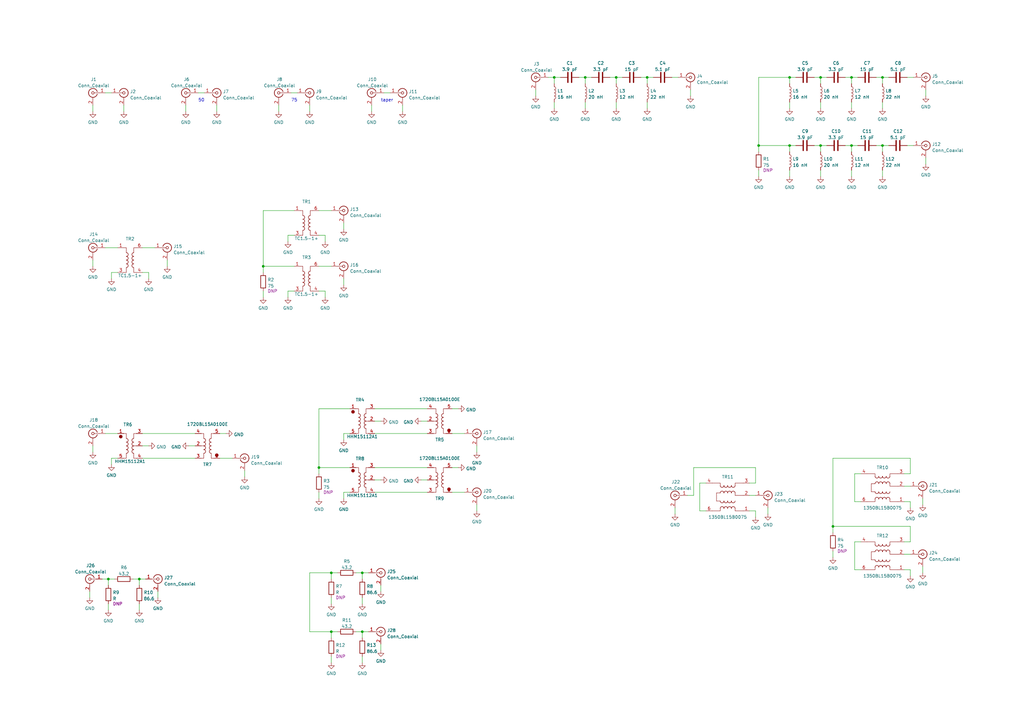
<source format=kicad_sch>
(kicad_sch (version 20211123) (generator eeschema)
  (paper "A3")
  (lib_symbols
    (symbol "Connector:Conn_Coaxial" (pin_names (offset 1.016) hide)
      (property "Reference" "J" (at 0.254 3.048 0))
      (property "Value" "Conn_Coaxial" (at 2.921 0 90))
      (symbol "Conn_Coaxial_1_1"
        (pin passive line (at -5.08 0 0) (length 2.54) (name "In") (number "1"))
        (pin passive line (at 0 -5.08 90) (length 2.54) (name "Ext") (number "2"))
      )
    )
    (symbol "Device:C" (pin_numbers hide) (pin_names (offset 0.254))
      (property "Reference" "C" (at 0.635 2.54 0))
      (property "Value" "C" (at 0.635 -2.54 0))
      (symbol "C_1_1"
        (pin passive line (at 0 3.81 270) (length 2.794) (name "~") (number "1"))
        (pin passive line (at 0 -3.81 90) (length 2.794) (name "~") (number "2"))
      )
    )
    (symbol "Device:L" (pin_numbers hide) (pin_names (offset 1.016) hide)
      (property "Reference" "L" (at -1.27 0 90))
      (property "Value" "L" (at 1.905 0 90))
      (symbol "L_1_1"
        (pin passive line (at 0 3.81 270) (length 1.27) (name "1") (number "1"))
        (pin passive line (at 0 -3.81 90) (length 1.27) (name "2") (number "2"))
      )
    )
    (symbol "Device:R" (pin_numbers hide) (pin_names (offset 0))
      (property "Reference" "R" (at 2.032 0 90))
      (property "Value" "R" (at 0 0 90))
      (symbol "R_1_1"
        (pin passive line (at 0 3.81 270) (length 1.27) (name "~") (number "1"))
        (pin passive line (at 0 -3.81 90) (length 1.27) (name "~") (number "2"))
      )
    )
    (symbol "Transformer:ADT1-1" (pin_names hide)
      (property "Reference" "TR" (at 0 6.35 0))
      (property "Value" "ADT1-1" (at 0 -6.35 0))
      (symbol "ADT1-1_1_1"
        (pin passive line (at -5.08 -5.08 0) (length 2.54) (name "~") (number "1"))
        (pin passive line (at -5.08 5.08 0) (length 2.54) (name "~") (number "3"))
        (pin passive line (at 5.08 5.08 180) (length 2.54) (name "~") (number "4"))
        (pin passive line (at 5.08 -5.08 180) (length 2.54) (name "~") (number "6"))
      )
    )
    (symbol "power:GND" (power) (pin_names (offset 0))
      (property "Value" "GND" (at 0 -3.81 0))
      (symbol "GND_1_1"
        (pin power_in line (at 0 0 270) (length 0) hide (name "GND") (number "1"))
      )
    )
    (symbol "ununs:1350BL15B0075" (pin_names hide)
      (property "Reference" "TR" (at 0 -11.43 0))
      (property "Value" "1350BL15B0075" (at 0 -8.89 0))
      (symbol "1350BL15B0075_1_1"
        (pin passive line (at 8.89 -6.35 180) (length 2.54) (name "~") (number "1"))
        (pin passive line (at 8.89 0 180) (length 2.54) (name "~") (number "2"))
        (pin passive line (at 8.89 5.08 180) (length 2.54) (name "~") (number "3"))
        (pin passive line (at -8.89 5.08 0) (length 2.54) (name "~") (number "4"))
        (pin passive line (at -8.89 -6.35 0) (length 2.54) (name "~") (number "6"))
      )
    )
    (symbol "ununs:HHM15112A1" (pin_names hide)
      (property "Reference" "TR" (at 0 6.35 0))
      (property "Value" "HHM15112A1" (at 0 -6.985 0))
      (symbol "HHM15112A1_1_1"
        (pin passive line (at -5.08 5.08 0) (length 2.54) (name "~") (number "1"))
        (pin passive line (at 5.08 0 180) (length 2.54) (name "~") (number "2"))
        (pin passive line (at 5.08 5.08 180) (length 2.54) (name "~") (number "3"))
        (pin passive line (at 5.08 -5.08 180) (length 2.54) (name "~") (number "4"))
        (pin passive line (at -5.08 -5.08 0) (length 2.54) (name "~") (number "5"))
        (pin no_connect line (at -2.54 0 0) (length 2.54) hide (name "~") (number "5"))
      )
    )
  )
  (junction (at 311.15 59.69))
  (junction (at 135.89 259.08))
  (junction (at 265.43 31.75))
  (junction (at 341.63 215.9))
  (junction (at 130.81 191.77))
  (junction (at 240.03 31.75))
  (junction (at 227.33 31.75))
  (junction (at 148.59 259.08))
  (junction (at 107.95 109.22))
  (junction (at 349.25 31.75))
  (junction (at 323.85 31.75))
  (junction (at 349.25 59.69))
  (junction (at 135.89 234.95))
  (junction (at 57.15 237.49))
  (junction (at 323.85 59.69))
  (junction (at 44.45 237.49))
  (junction (at 252.73 31.75))
  (junction (at 361.95 59.69))
  (junction (at 336.55 59.69))
  (junction (at 148.59 234.95))
  (junction (at 336.55 31.75))
  (junction (at 361.95 31.75))
  (wire (pts (xy 45.72 187.96) (xy 45.72 190.5)))
  (wire (pts (xy 135.89 245.11) (xy 135.89 247.65)))
  (wire (pts (xy 361.95 31.75) (xy 364.49 31.75)))
  (wire (pts (xy 307.34 203.2) (xy 309.88 203.2)))
  (wire (pts (xy 60.96 111.76) (xy 60.96 114.3)))
  (wire (pts (xy 153.67 177.8) (xy 175.26 177.8)))
  (wire (pts (xy 219.71 36.83) (xy 219.71 39.37)))
  (wire (pts (xy 133.35 119.38) (xy 133.35 121.92)))
  (wire (pts (xy 227.33 31.75) (xy 229.87 31.75)))
  (wire (pts (xy 361.95 41.91) (xy 361.95 44.45)))
  (wire (pts (xy 57.15 237.49) (xy 57.15 240.03)))
  (wire (pts (xy 281.94 203.2) (xy 284.48 203.2)))
  (wire (pts (xy 334.01 31.75) (xy 336.55 31.75)))
  (wire (pts (xy 130.81 167.64) (xy 130.81 191.77)))
  (wire (pts (xy 311.15 59.69) (xy 311.15 62.23)))
  (wire (pts (xy 175.26 196.85) (xy 172.72 196.85)))
  (wire (pts (xy 153.67 172.72) (xy 156.21 172.72)))
  (wire (pts (xy 323.85 41.91) (xy 323.85 44.45)))
  (wire (pts (xy 175.26 172.72) (xy 172.72 172.72)))
  (wire (pts (xy 152.4 43.18) (xy 152.4 45.72)))
  (wire (pts (xy 250.19 31.75) (xy 252.73 31.75)))
  (wire (pts (xy 323.85 59.69) (xy 323.85 62.23)))
  (wire (pts (xy 361.95 31.75) (xy 361.95 34.29)))
  (wire (pts (xy 311.15 69.85) (xy 311.15 72.39)))
  (wire (pts (xy 130.81 109.22) (xy 135.89 109.22)))
  (wire (pts (xy 309.88 209.55) (xy 309.88 212.09)))
  (wire (pts (xy 135.89 269.24) (xy 135.89 271.78)))
  (wire (pts (xy 76.2 43.18) (xy 76.2 45.72)))
  (wire (pts (xy 143.51 177.8) (xy 140.97 177.8)))
  (wire (pts (xy 148.59 234.95) (xy 148.59 237.49)))
  (wire (pts (xy 43.18 38.1) (xy 45.72 38.1)))
  (wire (pts (xy 284.48 191.77) (xy 284.48 203.2)))
  (wire (pts (xy 57.15 247.65) (xy 57.15 250.19)))
  (wire (pts (xy 309.88 191.77) (xy 284.48 191.77)))
  (wire (pts (xy 148.59 269.24) (xy 148.59 271.78)))
  (wire (pts (xy 341.63 187.96) (xy 341.63 215.9)))
  (wire (pts (xy 373.38 187.96) (xy 341.63 187.96)))
  (wire (pts (xy 359.41 31.75) (xy 361.95 31.75)))
  (wire (pts (xy 58.42 101.6) (xy 63.5 101.6)))
  (wire (pts (xy 373.38 194.31) (xy 373.38 187.96)))
  (wire (pts (xy 307.34 198.12) (xy 309.88 198.12)))
  (wire (pts (xy 80.01 182.88) (xy 77.47 182.88)))
  (wire (pts (xy 130.81 167.64) (xy 143.51 167.64)))
  (wire (pts (xy 146.05 234.95) (xy 148.59 234.95)))
  (wire (pts (xy 314.96 208.28) (xy 314.96 210.82)))
  (wire (pts (xy 127 259.08) (xy 135.89 259.08)))
  (wire (pts (xy 190.5 177.8) (xy 185.42 177.8)))
  (wire (pts (xy 240.03 41.91) (xy 240.03 44.45)))
  (wire (pts (xy 349.25 69.85) (xy 349.25 72.39)))
  (wire (pts (xy 349.25 59.69) (xy 349.25 62.23)))
  (wire (pts (xy 165.1 43.18) (xy 165.1 45.72)))
  (wire (pts (xy 349.25 59.69) (xy 351.79 59.69)))
  (wire (pts (xy 350.52 233.68) (xy 353.06 233.68)))
  (wire (pts (xy 157.48 38.1) (xy 160.02 38.1)))
  (wire (pts (xy 143.51 201.93) (xy 140.97 201.93)))
  (wire (pts (xy 130.81 96.52) (xy 133.35 96.52)))
  (wire (pts (xy 130.81 86.36) (xy 135.89 86.36)))
  (wire (pts (xy 323.85 69.85) (xy 323.85 72.39)))
  (wire (pts (xy 361.95 69.85) (xy 361.95 72.39)))
  (wire (pts (xy 373.38 205.74) (xy 373.38 208.28)))
  (wire (pts (xy 135.89 234.95) (xy 138.43 234.95)))
  (wire (pts (xy 44.45 247.65) (xy 44.45 250.19)))
  (wire (pts (xy 140.97 177.8) (xy 140.97 180.34)))
  (wire (pts (xy 336.55 59.69) (xy 339.09 59.69)))
  (wire (pts (xy 118.11 96.52) (xy 118.11 99.06)))
  (wire (pts (xy 140.97 91.44) (xy 140.97 93.98)))
  (wire (pts (xy 265.43 31.75) (xy 267.97 31.75)))
  (wire (pts (xy 353.06 194.31) (xy 350.52 194.31)))
  (wire (pts (xy 36.83 242.57) (xy 36.83 245.11)))
  (wire (pts (xy 311.15 31.75) (xy 323.85 31.75)))
  (wire (pts (xy 378.46 232.41) (xy 378.46 234.95)))
  (wire (pts (xy 309.88 198.12) (xy 309.88 191.77)))
  (wire (pts (xy 153.67 191.77) (xy 175.26 191.77)))
  (wire (pts (xy 323.85 59.69) (xy 326.39 59.69)))
  (wire (pts (xy 68.58 106.68) (xy 68.58 109.22)))
  (wire (pts (xy 262.89 31.75) (xy 265.43 31.75)))
  (wire (pts (xy 148.59 259.08) (xy 151.13 259.08)))
  (wire (pts (xy 135.89 259.08) (xy 138.43 259.08)))
  (wire (pts (xy 127 43.18) (xy 127 45.72)))
  (wire (pts (xy 107.95 86.36) (xy 107.95 109.22)))
  (wire (pts (xy 240.03 31.75) (xy 240.03 34.29)))
  (wire (pts (xy 38.1 106.68) (xy 38.1 109.22)))
  (wire (pts (xy 336.55 59.69) (xy 336.55 62.23)))
  (wire (pts (xy 341.63 215.9) (xy 373.38 215.9)))
  (wire (pts (xy 38.1 182.88) (xy 38.1 185.42)))
  (wire (pts (xy 240.03 31.75) (xy 242.57 31.75)))
  (wire (pts (xy 349.25 41.91) (xy 349.25 44.45)))
  (wire (pts (xy 252.73 31.75) (xy 252.73 34.29)))
  (wire (pts (xy 370.84 205.74) (xy 373.38 205.74)))
  (wire (pts (xy 107.95 109.22) (xy 107.95 111.76)))
  (wire (pts (xy 95.25 187.96) (xy 90.17 187.96)))
  (wire (pts (xy 311.15 59.69) (xy 323.85 59.69)))
  (wire (pts (xy 81.28 38.1) (xy 83.82 38.1)))
  (wire (pts (xy 44.45 237.49) (xy 44.45 240.03)))
  (wire (pts (xy 373.38 233.68) (xy 373.38 236.22)))
  (wire (pts (xy 275.59 31.75) (xy 278.13 31.75)))
  (wire (pts (xy 140.97 114.3) (xy 140.97 116.84)))
  (wire (pts (xy 58.42 177.8) (xy 80.01 177.8)))
  (wire (pts (xy 130.81 191.77) (xy 130.81 194.31)))
  (wire (pts (xy 350.52 222.25) (xy 350.52 233.68)))
  (wire (pts (xy 379.73 36.83) (xy 379.73 39.37)))
  (wire (pts (xy 265.43 41.91) (xy 265.43 44.45)))
  (wire (pts (xy 346.71 31.75) (xy 349.25 31.75)))
  (wire (pts (xy 350.52 194.31) (xy 350.52 205.74)))
  (wire (pts (xy 370.84 199.39) (xy 373.38 199.39)))
  (wire (pts (xy 276.86 208.28) (xy 276.86 210.82)))
  (wire (pts (xy 190.5 201.93) (xy 185.42 201.93)))
  (wire (pts (xy 224.79 31.75) (xy 227.33 31.75)))
  (wire (pts (xy 153.67 196.85) (xy 156.21 196.85)))
  (wire (pts (xy 370.84 227.33) (xy 373.38 227.33)))
  (wire (pts (xy 156.21 264.16) (xy 156.21 266.7)))
  (wire (pts (xy 90.17 177.8) (xy 92.71 177.8)))
  (wire (pts (xy 373.38 222.25) (xy 373.38 215.9)))
  (wire (pts (xy 227.33 31.75) (xy 227.33 34.29)))
  (wire (pts (xy 153.67 167.64) (xy 175.26 167.64)))
  (wire (pts (xy 283.21 36.83) (xy 283.21 39.37)))
  (wire (pts (xy 130.81 201.93) (xy 130.81 204.47)))
  (wire (pts (xy 48.26 111.76) (xy 45.72 111.76)))
  (wire (pts (xy 135.89 234.95) (xy 135.89 237.49)))
  (wire (pts (xy 336.55 41.91) (xy 336.55 44.45)))
  (wire (pts (xy 378.46 204.47) (xy 378.46 207.01)))
  (wire (pts (xy 120.65 119.38) (xy 118.11 119.38)))
  (wire (pts (xy 58.42 187.96) (xy 80.01 187.96)))
  (wire (pts (xy 361.95 59.69) (xy 364.49 59.69)))
  (wire (pts (xy 287.02 209.55) (xy 289.56 209.55)))
  (wire (pts (xy 58.42 182.88) (xy 60.96 182.88)))
  (wire (pts (xy 57.15 237.49) (xy 59.69 237.49)))
  (wire (pts (xy 370.84 222.25) (xy 373.38 222.25)))
  (wire (pts (xy 195.58 207.01) (xy 195.58 209.55)))
  (wire (pts (xy 148.59 245.11) (xy 148.59 247.65)))
  (wire (pts (xy 130.81 191.77) (xy 143.51 191.77)))
  (wire (pts (xy 130.81 119.38) (xy 133.35 119.38)))
  (wire (pts (xy 353.06 222.25) (xy 350.52 222.25)))
  (wire (pts (xy 38.1 43.18) (xy 38.1 45.72)))
  (wire (pts (xy 185.42 191.77) (xy 187.96 191.77)))
  (wire (pts (xy 379.73 64.77) (xy 379.73 67.31)))
  (wire (pts (xy 54.61 237.49) (xy 57.15 237.49)))
  (wire (pts (xy 107.95 119.38) (xy 107.95 121.92)))
  (wire (pts (xy 265.43 31.75) (xy 265.43 34.29)))
  (wire (pts (xy 140.97 201.93) (xy 140.97 204.47)))
  (wire (pts (xy 370.84 194.31) (xy 373.38 194.31)))
  (wire (pts (xy 120.65 96.52) (xy 118.11 96.52)))
  (wire (pts (xy 64.77 242.57) (xy 64.77 245.11)))
  (wire (pts (xy 341.63 215.9) (xy 341.63 218.44)))
  (wire (pts (xy 118.11 119.38) (xy 118.11 121.92)))
  (wire (pts (xy 336.55 69.85) (xy 336.55 72.39)))
  (wire (pts (xy 323.85 31.75) (xy 323.85 34.29)))
  (wire (pts (xy 114.3 43.18) (xy 114.3 45.72)))
  (wire (pts (xy 185.42 167.64) (xy 187.96 167.64)))
  (wire (pts (xy 50.8 43.18) (xy 50.8 45.72)))
  (wire (pts (xy 349.25 31.75) (xy 349.25 34.29)))
  (wire (pts (xy 44.45 237.49) (xy 46.99 237.49)))
  (wire (pts (xy 48.26 187.96) (xy 45.72 187.96)))
  (wire (pts (xy 361.95 59.69) (xy 361.95 62.23)))
  (wire (pts (xy 156.21 240.03) (xy 156.21 242.57)))
  (wire (pts (xy 287.02 198.12) (xy 287.02 209.55)))
  (wire (pts (xy 307.34 209.55) (xy 309.88 209.55)))
  (wire (pts (xy 58.42 111.76) (xy 60.96 111.76)))
  (wire (pts (xy 135.89 234.95) (xy 127 234.95)))
  (wire (pts (xy 119.38 38.1) (xy 121.92 38.1)))
  (wire (pts (xy 237.49 31.75) (xy 240.03 31.75)))
  (wire (pts (xy 252.73 41.91) (xy 252.73 44.45)))
  (wire (pts (xy 43.18 101.6) (xy 48.26 101.6)))
  (wire (pts (xy 372.11 31.75) (xy 374.65 31.75)))
  (wire (pts (xy 370.84 233.68) (xy 373.38 233.68)))
  (wire (pts (xy 341.63 226.06) (xy 341.63 228.6)))
  (wire (pts (xy 127 234.95) (xy 127 259.08)))
  (wire (pts (xy 146.05 259.08) (xy 148.59 259.08)))
  (wire (pts (xy 334.01 59.69) (xy 336.55 59.69)))
  (wire (pts (xy 135.89 259.08) (xy 135.89 261.62)))
  (wire (pts (xy 43.18 177.8) (xy 48.26 177.8)))
  (wire (pts (xy 148.59 259.08) (xy 148.59 261.62)))
  (wire (pts (xy 336.55 31.75) (xy 336.55 34.29)))
  (wire (pts (xy 372.11 59.69) (xy 374.65 59.69)))
  (wire (pts (xy 323.85 31.75) (xy 326.39 31.75)))
  (wire (pts (xy 88.9 43.18) (xy 88.9 45.72)))
  (wire (pts (xy 100.33 193.04) (xy 100.33 195.58)))
  (wire (pts (xy 350.52 205.74) (xy 353.06 205.74)))
  (wire (pts (xy 153.67 201.93) (xy 175.26 201.93)))
  (wire (pts (xy 107.95 109.22) (xy 120.65 109.22)))
  (wire (pts (xy 349.25 31.75) (xy 351.79 31.75)))
  (wire (pts (xy 195.58 182.88) (xy 195.58 185.42)))
  (wire (pts (xy 336.55 31.75) (xy 339.09 31.75)))
  (wire (pts (xy 133.35 96.52) (xy 133.35 99.06)))
  (wire (pts (xy 148.59 234.95) (xy 151.13 234.95)))
  (wire (pts (xy 359.41 59.69) (xy 361.95 59.69)))
  (wire (pts (xy 252.73 31.75) (xy 255.27 31.75)))
  (wire (pts (xy 45.72 111.76) (xy 45.72 114.3)))
  (wire (pts (xy 311.15 31.75) (xy 311.15 59.69)))
  (wire (pts (xy 227.33 41.91) (xy 227.33 44.45)))
  (wire (pts (xy 41.91 237.49) (xy 44.45 237.49)))
  (wire (pts (xy 289.56 198.12) (xy 287.02 198.12)))
  (wire (pts (xy 120.65 86.36) (xy 107.95 86.36)))
  (wire (pts (xy 346.71 59.69) (xy 349.25 59.69)))
  (text "75" (at 119.38 41.91 0) (effects (font (size 1.27 1.27)) (justify left bottom)))
  (text "taper" (at 156.21 41.91 0) (effects (font (size 1.27 1.27)) (justify left bottom)))
  (text "50" (at 81.28 41.91 0) (effects (font (size 1.27 1.27)) (justify left bottom)))
  (symbol (lib_id "power:GND") (at 373.38 208.28 0) (unit 1)
    (property "Reference" "#PWR053" (effects hide))
    (property "Value" "GND" (at 373.38 212.7234 0))
  )
  (symbol (lib_id "ununs:HHM15112A1") (at 148.59 196.85 0) (unit 1)
    (property "Reference" "TR8" (at 147.6756 188.121 0))
    (property "Value" "HHM15112A1" (at 148.59 203.2 0))
    (property "Footprint" "ununs:HHM15112A1" (effects hide))
    (property "Datasheet" "https://product.tdk.com/en/system/files?file=dam/doc/product/rf/rf/balun/catalog/rf_balun_hhm15112a1_en.pdf" (effects hide))
  )
  (symbol (lib_id "power:GND") (at 130.81 204.47 0) (unit 1)
    (property "Reference" "#PWR049" (effects hide))
    (property "Value" "GND" (at 130.81 208.9134 0))
  )
  (symbol (lib_id "ununs:HHM15112A1") (at 180.34 196.85 180) (unit 1)
    (property "Reference" "TR9" (at 180.34 204.47 0))
    (property "Value" "1720BL15A0100E" (at 180.34 187.96 0))
    (property "Footprint" "ununs:HHM15112A1" (effects hide))
    (property "Datasheet" "https://www.johansontechnology.com/datasheets/1720BL15A0100/1720BL15A0100.pdf" (effects hide))
  )
  (symbol (lib_id "power:GND") (at 36.83 245.11 0) (unit 1)
    (property "Reference" "#PWR061" (effects hide))
    (property "Value" "GND" (at 36.83 249.5534 0))
  )
  (symbol (lib_id "power:GND") (at 373.38 236.22 0) (unit 1)
    (property "Reference" "#PWR059" (effects hide))
    (property "Value" "GND" (at 373.38 240.6634 0))
  )
  (symbol (lib_id "Connector:Conn_Coaxial") (at 36.83 237.49 0) (mirror y) (unit 1)
    (property "Reference" "J26" (at 37.1474 231.9636 0))
    (property "Value" "Conn_Coaxial" (at 37.1474 234.5005 0))
    (property "Footprint" "ununs:F_Cinch_VF320_Vertical" (effects hide))
    (property "Datasheet" " ~" (effects hide))
    (property "Manufacturer" "Cinch" (effects hide))
    (property "Part Number" "VF320" (effects hide))
  )
  (symbol (lib_id "ununs:HHM15112A1") (at 85.09 182.88 180) (unit 1)
    (property "Reference" "TR7" (at 85.09 190.5 0))
    (property "Value" "1720BL15A0100E" (at 85.09 173.99 0))
    (property "Footprint" "ununs:HHM15112A1" (effects hide))
    (property "Datasheet" "https://www.johansontechnology.com/datasheets/1720BL15A0100/1720BL15A0100.pdf" (effects hide))
  )
  (symbol (lib_id "Device:L") (at 227.33 38.1 0) (unit 1)
    (property "Reference" "L1" (at 228.6 37.2653 0) (effects (justify left)))
    (property "Value" "16 nH" (at 228.6 39.8022 0) (effects (justify left)))
    (property "Footprint" "Inductor_SMD:L_0201_0603Metric_Pad0.64x0.40mm_HandSolder" (effects hide))
  )
  (symbol (lib_id "power:GND") (at 219.71 39.37 0) (unit 1)
    (property "Reference" "#PWR01" (effects hide))
    (property "Value" "GND" (at 219.71 43.8134 0))
  )
  (symbol (lib_id "power:GND") (at 252.73 44.45 0) (unit 1)
    (property "Reference" "#PWR06" (effects hide))
    (property "Value" "GND" (at 252.73 48.8934 0))
  )
  (symbol (lib_id "power:GND") (at 172.72 172.72 270) (mirror x) (unit 1)
    (property "Reference" "#PWR036" (effects hide))
    (property "Value" "GND" (at 169.545 173.1538 90) (effects (justify right)))
  )
  (symbol (lib_id "power:GND") (at 379.73 67.31 0) (unit 1)
    (property "Reference" "#PWR018" (effects hide))
    (property "Value" "GND" (at 379.73 71.7534 0))
  )
  (symbol (lib_id "power:GND") (at 118.11 121.92 0) (mirror y) (unit 1)
    (property "Reference" "#PWR033" (effects hide))
    (property "Value" "GND" (at 118.11 126.3634 0))
  )
  (symbol (lib_id "power:GND") (at 361.95 44.45 0) (unit 1)
    (property "Reference" "#PWR011" (effects hide))
    (property "Value" "GND" (at 361.95 48.8934 0))
  )
  (symbol (lib_id "Device:R") (at 135.89 265.43 0) (unit 1)
    (property "Reference" "R12" (at 137.668 264.5953 0) (effects (justify left)))
    (property "Value" "R" (at 137.668 267.1322 0) (effects (justify left)))
    (property "Footprint" "Resistor_SMD:R_0402_1005Metric_Pad0.72x0.64mm_HandSolder" (effects hide))
    (property "Note" "DNP" (at 139.7 269.24 0))
  )
  (symbol (lib_id "Device:L") (at 336.55 66.04 0) (unit 1)
    (property "Reference" "L10" (at 337.82 65.2053 0) (effects (justify left)))
    (property "Value" "20 nH" (at 337.82 67.7422 0) (effects (justify left)))
    (property "Footprint" "Inductor_SMD:L_0201_0603Metric_Pad0.64x0.40mm_HandSolder" (effects hide))
  )
  (symbol (lib_id "Device:R") (at 130.81 198.12 0) (unit 1)
    (property "Reference" "R3" (at 132.588 197.2853 0) (effects (justify left)))
    (property "Value" "75" (at 132.588 199.8222 0) (effects (justify left)))
    (property "Footprint" "Resistor_SMD:R_0402_1005Metric_Pad0.72x0.64mm_HandSolder" (effects hide))
    (property "Note" "DNP" (at 134.62 201.93 0))
  )
  (symbol (lib_id "power:GND") (at 133.35 99.06 0) (unit 1)
    (property "Reference" "#PWR026" (effects hide))
    (property "Value" "GND" (at 133.35 103.5034 0))
  )
  (symbol (lib_id "power:GND") (at 187.96 167.64 90) (mirror x) (unit 1)
    (property "Reference" "#PWR039" (effects hide))
    (property "Value" "GND" (at 191.135 168.0738 90) (effects (justify right)))
  )
  (symbol (lib_id "Connector:Conn_Coaxial") (at 64.77 237.49 0) (unit 1)
    (property "Reference" "J27" (at 67.31 236.9485 0) (effects (justify left)))
    (property "Value" "Conn_Coaxial" (at 67.31 239.4854 0) (effects (justify left)))
    (property "Footprint" "ununs:SMA-EDGE" (effects hide))
    (property "Datasheet" " ~" (effects hide))
  )
  (symbol (lib_id "power:GND") (at 309.88 212.09 0) (unit 1)
    (property "Reference" "#PWR056" (effects hide))
    (property "Value" "GND" (at 309.88 216.5334 0))
  )
  (symbol (lib_id "power:GND") (at 148.59 247.65 0) (unit 1)
    (property "Reference" "#PWR064" (effects hide))
    (property "Value" "GND" (at 148.59 252.0934 0))
  )
  (symbol (lib_id "Device:C") (at 368.3 31.75 90) (unit 1)
    (property "Reference" "C8" (at 368.3 25.8912 90))
    (property "Value" "5.1 pF" (at 368.3 28.4281 90))
    (property "Footprint" "Capacitor_SMD:C_0201_0603Metric_Pad0.64x0.40mm_HandSolder" (effects hide))
  )
  (symbol (lib_id "Device:R") (at 341.63 222.25 0) (unit 1)
    (property "Reference" "R4" (at 343.408 221.4153 0) (effects (justify left)))
    (property "Value" "75" (at 343.408 223.9522 0) (effects (justify left)))
    (property "Footprint" "Resistor_SMD:R_0402_1005Metric_Pad0.72x0.64mm_HandSolder" (effects hide))
    (property "Note" "DNP" (at 345.44 226.06 0))
  )
  (symbol (lib_id "Connector:Conn_Coaxial") (at 76.2 38.1 0) (mirror y) (unit 1)
    (property "Reference" "J6" (at 76.5174 32.5736 0))
    (property "Value" "Conn_Coaxial" (at 76.5174 35.1105 0))
    (property "Footprint" "ununs:F_Cinch_VF320_Vertical" (effects hide))
    (property "Datasheet" " ~" (effects hide))
    (property "Manufacturer" "Cinch" (effects hide))
    (property "Part Number" "VF320" (effects hide))
  )
  (symbol (lib_id "power:GND") (at 100.33 195.58 0) (mirror y) (unit 1)
    (property "Reference" "#PWR043" (effects hide))
    (property "Value" "GND" (at 100.33 200.0234 0))
  )
  (symbol (lib_id "ununs:1350BL15B0075") (at 361.95 227.33 0) (unit 1)
    (property "Reference" "TR12" (at 361.95 219.71 0))
    (property "Value" "1350BL15B0075" (at 361.95 236.22 0))
    (property "Footprint" "RF_Converter:Balun_Johanson_0896BM15A0001" (effects hide))
    (property "Datasheet" "https://www.johansontechnology.com/datasheets/1350BL15B0075/1350BL15B0075.pdf" (effects hide))
  )
  (symbol (lib_id "power:GND") (at 107.95 121.92 0) (unit 1)
    (property "Reference" "#PWR032" (effects hide))
    (property "Value" "GND" (at 107.95 126.3634 0))
  )
  (symbol (lib_id "Device:C") (at 271.78 31.75 90) (unit 1)
    (property "Reference" "C4" (at 271.78 25.8912 90))
    (property "Value" "5.1 pF" (at 271.78 28.4281 90))
    (property "Footprint" "Capacitor_SMD:C_0201_0603Metric_Pad0.64x0.40mm_HandSolder" (effects hide))
  )
  (symbol (lib_id "Connector:Conn_Coaxial") (at 140.97 109.22 0) (unit 1)
    (property "Reference" "J16" (at 143.51 108.6785 0) (effects (justify left)))
    (property "Value" "Conn_Coaxial" (at 143.51 111.2154 0) (effects (justify left)))
    (property "Footprint" "ununs:SMA-EDGE" (effects hide))
    (property "Datasheet" " ~" (effects hide))
  )
  (symbol (lib_id "power:GND") (at 76.2 45.72 0) (unit 1)
    (property "Reference" "#PWR012" (effects hide))
    (property "Value" "GND" (at 76.2 50.1634 0))
  )
  (symbol (lib_id "Connector:Conn_Coaxial") (at 276.86 203.2 0) (mirror y) (unit 1)
    (property "Reference" "J22" (at 277.1774 197.6736 0))
    (property "Value" "Conn_Coaxial" (at 277.1774 200.2105 0))
    (property "Footprint" "ununs:F_Cinch_VF320_Vertical" (effects hide))
    (property "Datasheet" " ~" (effects hide))
    (property "Manufacturer" "Cinch" (effects hide))
    (property "Part Number" "VF320" (effects hide))
  )
  (symbol (lib_id "power:GND") (at 378.46 234.95 0) (unit 1)
    (property "Reference" "#PWR058" (effects hide))
    (property "Value" "GND" (at 378.46 239.3934 0))
  )
  (symbol (lib_id "power:GND") (at 50.8 45.72 0) (unit 1)
    (property "Reference" "#PWR0109" (effects hide))
    (property "Value" "GND" (at 50.8 50.1634 0))
  )
  (symbol (lib_id "Connector:Conn_Coaxial") (at 156.21 234.95 0) (unit 1)
    (property "Reference" "J25" (at 158.75 234.4085 0) (effects (justify left)))
    (property "Value" "Conn_Coaxial" (at 158.75 236.9454 0) (effects (justify left)))
    (property "Footprint" "ununs:SMA-EDGE" (effects hide))
    (property "Datasheet" " ~" (effects hide))
  )
  (symbol (lib_id "power:GND") (at 44.45 250.19 0) (unit 1)
    (property "Reference" "#PWR065" (effects hide))
    (property "Value" "GND" (at 44.45 254.6334 0))
  )
  (symbol (lib_id "Connector:Conn_Coaxial") (at 219.71 31.75 0) (mirror y) (unit 1)
    (property "Reference" "J3" (at 220.0274 26.2236 0))
    (property "Value" "Conn_Coaxial" (at 220.0274 28.7605 0))
    (property "Footprint" "ununs:F_Cinch_VF320_Vertical" (effects hide))
    (property "Datasheet" " ~" (effects hide))
    (property "Manufacturer" "Cinch" (effects hide))
    (property "Part Number" "VF320" (effects hide))
  )
  (symbol (lib_id "power:GND") (at 156.21 242.57 0) (unit 1)
    (property "Reference" "#PWR060" (effects hide))
    (property "Value" "GND" (at 156.21 247.0134 0))
  )
  (symbol (lib_id "power:GND") (at 156.21 266.7 0) (unit 1)
    (property "Reference" "#PWR067" (effects hide))
    (property "Value" "GND" (at 156.21 271.1434 0))
  )
  (symbol (lib_id "Device:L") (at 252.73 38.1 0) (unit 1)
    (property "Reference" "L3" (at 254 37.2653 0) (effects (justify left)))
    (property "Value" "12 nH" (at 254 39.8022 0) (effects (justify left)))
    (property "Footprint" "Inductor_SMD:L_0201_0603Metric_Pad0.64x0.40mm_HandSolder" (effects hide))
  )
  (symbol (lib_id "power:GND") (at 68.58 109.22 0) (unit 1)
    (property "Reference" "#PWR028" (effects hide))
    (property "Value" "GND" (at 68.58 113.6634 0))
  )
  (symbol (lib_id "Device:C") (at 355.6 31.75 90) (unit 1)
    (property "Reference" "C7" (at 355.6 25.8912 90))
    (property "Value" "15 pF" (at 355.6 28.4281 90))
    (property "Footprint" "Capacitor_SMD:C_0201_0603Metric_Pad0.64x0.40mm_HandSolder" (effects hide))
  )
  (symbol (lib_id "Device:R") (at 148.59 241.3 180) (unit 1)
    (property "Reference" "R8" (at 150.368 240.4653 0) (effects (justify right)))
    (property "Value" "86.6" (at 150.368 243.0022 0) (effects (justify right)))
    (property "Footprint" "Resistor_SMD:R_0402_1005Metric_Pad0.72x0.64mm_HandSolder" (effects hide))
  )
  (symbol (lib_id "Transformer:ADT1-1") (at 125.73 91.44 0) (mirror x) (unit 1)
    (property "Reference" "TR1" (at 125.73 82.711 0))
    (property "Value" "TC1.5-1+" (at 125.73 97.79 0))
    (property "Footprint" "RF_Mini-Circuits:Mini-Circuits_DB1627" (effects hide))
    (property "Datasheet" "https://www.minicircuits.com/pdfs/TC1.5-1+.pdf" (effects hide))
  )
  (symbol (lib_id "Device:L") (at 349.25 38.1 0) (unit 1)
    (property "Reference" "L7" (at 350.52 37.2653 0) (effects (justify left)))
    (property "Value" "12 nH" (at 350.52 39.8022 0) (effects (justify left)))
    (property "Footprint" "Inductor_SMD:L_0201_0603Metric_Pad0.64x0.40mm_HandSolder" (effects hide))
  )
  (symbol (lib_id "Connector:Conn_Coaxial") (at 100.33 187.96 0) (unit 1)
    (property "Reference" "J19" (at 102.87 187.4185 0) (effects (justify left)))
    (property "Value" "Conn_Coaxial" (at 102.87 189.9554 0) (effects (justify left)))
    (property "Footprint" "ununs:SMA-EDGE" (effects hide))
    (property "Datasheet" " ~" (effects hide))
  )
  (symbol (lib_id "Connector:Conn_Coaxial") (at 68.58 101.6 0) (unit 1)
    (property "Reference" "J15" (at 71.12 101.0585 0) (effects (justify left)))
    (property "Value" "Conn_Coaxial" (at 71.12 103.5954 0) (effects (justify left)))
    (property "Footprint" "ununs:SMA-EDGE" (effects hide))
    (property "Datasheet" " ~" (effects hide))
  )
  (symbol (lib_id "Connector:Conn_Coaxial") (at 38.1 177.8 0) (mirror y) (unit 1)
    (property "Reference" "J18" (at 38.4174 172.2736 0))
    (property "Value" "Conn_Coaxial" (at 38.4174 174.8105 0))
    (property "Footprint" "ununs:F_Cinch_VF320_Vertical" (effects hide))
    (property "Datasheet" " ~" (effects hide))
    (property "Manufacturer" "Cinch" (effects hide))
    (property "Part Number" "VF320" (effects hide))
  )
  (symbol (lib_id "power:GND") (at 378.46 207.01 0) (unit 1)
    (property "Reference" "#PWR052" (effects hide))
    (property "Value" "GND" (at 378.46 211.4534 0))
  )
  (symbol (lib_id "power:GND") (at 156.21 196.85 90) (unit 1)
    (property "Reference" "#PWR046" (effects hide))
    (property "Value" "GND" (at 159.385 197.2838 90) (effects (justify right)))
  )
  (symbol (lib_id "power:GND") (at 240.03 44.45 0) (unit 1)
    (property "Reference" "#PWR05" (effects hide))
    (property "Value" "GND" (at 240.03 48.8934 0))
  )
  (symbol (lib_id "Device:R") (at 57.15 243.84 180) (unit 1)
    (property "Reference" "R10" (at 58.928 243.0053 0) (effects (justify right)))
    (property "Value" "86.6" (at 58.928 245.5422 0) (effects (justify right)))
    (property "Footprint" "Resistor_SMD:R_0402_1005Metric_Pad0.72x0.64mm_HandSolder" (effects hide))
  )
  (symbol (lib_id "Device:L") (at 361.95 38.1 0) (unit 1)
    (property "Reference" "L8" (at 363.22 37.2653 0) (effects (justify left)))
    (property "Value" "22 nH" (at 363.22 39.8022 0) (effects (justify left)))
    (property "Footprint" "Inductor_SMD:L_0201_0603Metric_Pad0.64x0.40mm_HandSolder" (effects hide))
  )
  (symbol (lib_id "power:GND") (at 45.72 114.3 0) (mirror y) (unit 1)
    (property "Reference" "#PWR029" (effects hide))
    (property "Value" "GND" (at 45.72 118.7434 0))
  )
  (symbol (lib_id "power:GND") (at 152.4 45.72 0) (unit 1)
    (property "Reference" "#PWR016" (effects hide))
    (property "Value" "GND" (at 152.4 50.1634 0))
  )
  (symbol (lib_id "ununs:1350BL15B0075") (at 361.95 199.39 0) (unit 1)
    (property "Reference" "TR10" (at 361.95 191.77 0))
    (property "Value" "1350BL15B0075" (at 361.95 208.28 0))
    (property "Footprint" "RF_Converter:Balun_Johanson_0896BM15A0001" (effects hide))
    (property "Datasheet" "https://www.johansontechnology.com/datasheets/1350BL15B0075/1350BL15B0075.pdf" (effects hide))
  )
  (symbol (lib_id "power:GND") (at 227.33 44.45 0) (unit 1)
    (property "Reference" "#PWR04" (effects hide))
    (property "Value" "GND" (at 227.33 48.8934 0))
  )
  (symbol (lib_id "Device:R") (at 142.24 259.08 90) (unit 1)
    (property "Reference" "R11" (at 142.24 254.3642 90))
    (property "Value" "43.2" (at 142.24 256.9011 90))
    (property "Footprint" "Resistor_SMD:R_0402_1005Metric_Pad0.72x0.64mm_HandSolder" (effects hide))
  )
  (symbol (lib_id "power:GND") (at 195.58 185.42 0) (mirror y) (unit 1)
    (property "Reference" "#PWR037" (effects hide))
    (property "Value" "GND" (at 195.58 189.8634 0))
  )
  (symbol (lib_id "Device:L") (at 323.85 38.1 0) (unit 1)
    (property "Reference" "L5" (at 325.12 37.2653 0) (effects (justify left)))
    (property "Value" "16 nH" (at 325.12 39.8022 0) (effects (justify left)))
    (property "Footprint" "Inductor_SMD:L_0201_0603Metric_Pad0.64x0.40mm_HandSolder" (effects hide))
  )
  (symbol (lib_id "Device:L") (at 349.25 66.04 0) (unit 1)
    (property "Reference" "L11" (at 350.52 65.2053 0) (effects (justify left)))
    (property "Value" "12 nH" (at 350.52 67.7422 0) (effects (justify left)))
    (property "Footprint" "Inductor_SMD:L_0201_0603Metric_Pad0.64x0.40mm_HandSolder" (effects hide))
  )
  (symbol (lib_id "Connector:Conn_Coaxial") (at 165.1 38.1 0) (unit 1)
    (property "Reference" "J11" (at 167.64 37.5585 0) (effects (justify left)))
    (property "Value" "Conn_Coaxial" (at 167.64 40.0954 0) (effects (justify left)))
    (property "Footprint" "ununs:SMA-EDGE" (effects hide))
    (property "Datasheet" " ~" (effects hide))
  )
  (symbol (lib_id "power:GND") (at 187.96 191.77 90) (mirror x) (unit 1)
    (property "Reference" "#PWR051" (effects hide))
    (property "Value" "GND" (at 191.135 192.2038 90) (effects (justify right)))
  )
  (symbol (lib_id "Transformer:ADT1-1") (at 125.73 114.3 0) (mirror x) (unit 1)
    (property "Reference" "TR3" (at 125.73 105.571 0))
    (property "Value" "TC1.5-1+" (at 125.73 120.65 0))
    (property "Footprint" "RF_Mini-Circuits:Mini-Circuits_DB1627" (effects hide))
    (property "Datasheet" "https://www.minicircuits.com/pdfs/TC1.5-1+.pdf" (effects hide))
  )
  (symbol (lib_id "power:GND") (at 314.96 210.82 0) (unit 1)
    (property "Reference" "#PWR055" (effects hide))
    (property "Value" "GND" (at 314.96 215.2634 0))
  )
  (symbol (lib_id "Connector:Conn_Coaxial") (at 127 38.1 0) (unit 1)
    (property "Reference" "J9" (at 129.54 37.5585 0) (effects (justify left)))
    (property "Value" "Conn_Coaxial" (at 129.54 40.0954 0) (effects (justify left)))
    (property "Footprint" "ununs:SMA-EDGE" (effects hide))
    (property "Datasheet" " ~" (effects hide))
  )
  (symbol (lib_id "power:GND") (at 38.1 185.42 0) (unit 1)
    (property "Reference" "#PWR042" (effects hide))
    (property "Value" "GND" (at 38.1 189.8634 0))
  )
  (symbol (lib_id "power:GND") (at 77.47 182.88 270) (mirror x) (unit 1)
    (property "Reference" "#PWR041" (effects hide))
    (property "Value" "GND" (at 74.295 183.3138 90) (effects (justify right)))
  )
  (symbol (lib_id "Device:R") (at 44.45 243.84 0) (unit 1)
    (property "Reference" "R9" (at 46.228 243.0053 0) (effects (justify left)))
    (property "Value" "R" (at 46.228 245.5422 0) (effects (justify left)))
    (property "Footprint" "Resistor_SMD:R_0402_1005Metric_Pad0.72x0.64mm_HandSolder" (effects hide))
    (property "Note" "DNP" (at 48.26 247.65 0))
  )
  (symbol (lib_id "power:GND") (at 379.73 39.37 0) (unit 1)
    (property "Reference" "#PWR03" (effects hide))
    (property "Value" "GND" (at 379.73 43.8134 0))
  )
  (symbol (lib_id "Connector:Conn_Coaxial") (at 38.1 38.1 0) (mirror y) (unit 1)
    (property "Reference" "J1" (at 38.4174 32.5736 0))
    (property "Value" "Conn_Coaxial" (at 38.4174 35.1105 0))
    (property "Footprint" "ununs:SMA-EDGE" (effects hide))
    (property "Datasheet" " ~" (effects hide))
  )
  (symbol (lib_id "Device:R") (at 311.15 66.04 0) (unit 1)
    (property "Reference" "R1" (at 312.928 65.2053 0) (effects (justify left)))
    (property "Value" "75" (at 312.928 67.7422 0) (effects (justify left)))
    (property "Footprint" "Resistor_SMD:R_0402_1005Metric_Pad0.72x0.64mm_HandSolder" (effects hide))
    (property "Note" "DNP" (at 314.96 69.85 0))
  )
  (symbol (lib_id "Connector:Conn_Coaxial") (at 378.46 199.39 0) (unit 1)
    (property "Reference" "J21" (at 381 198.8485 0) (effects (justify left)))
    (property "Value" "Conn_Coaxial" (at 381 201.3854 0) (effects (justify left)))
    (property "Footprint" "ununs:SMA-EDGE" (effects hide))
    (property "Datasheet" " ~" (effects hide))
  )
  (symbol (lib_id "power:GND") (at 114.3 45.72 0) (unit 1)
    (property "Reference" "#PWR014" (effects hide))
    (property "Value" "GND" (at 114.3 50.1634 0))
  )
  (symbol (lib_id "Device:L") (at 361.95 66.04 0) (unit 1)
    (property "Reference" "L12" (at 363.22 65.2053 0) (effects (justify left)))
    (property "Value" "22 nH" (at 363.22 67.7422 0) (effects (justify left)))
    (property "Footprint" "Inductor_SMD:L_0201_0603Metric_Pad0.64x0.40mm_HandSolder" (effects hide))
  )
  (symbol (lib_id "Device:R") (at 135.89 241.3 0) (unit 1)
    (property "Reference" "R7" (at 137.668 240.4653 0) (effects (justify left)))
    (property "Value" "R" (at 137.668 243.0022 0) (effects (justify left)))
    (property "Footprint" "Resistor_SMD:R_0402_1005Metric_Pad0.72x0.64mm_HandSolder" (effects hide))
    (property "Note" "DNP" (at 139.7 245.11 0))
  )
  (symbol (lib_id "Connector:Conn_Coaxial") (at 379.73 59.69 0) (unit 1)
    (property "Reference" "J12" (at 382.27 59.1485 0) (effects (justify left)))
    (property "Value" "Conn_Coaxial" (at 382.27 61.6854 0) (effects (justify left)))
    (property "Footprint" "ununs:SMA-EDGE" (effects hide))
    (property "Datasheet" " ~" (effects hide))
  )
  (symbol (lib_id "power:GND") (at 165.1 45.72 0) (unit 1)
    (property "Reference" "#PWR017" (effects hide))
    (property "Value" "GND" (at 165.1 50.1634 0))
  )
  (symbol (lib_id "power:GND") (at 323.85 72.39 0) (unit 1)
    (property "Reference" "#PWR020" (effects hide))
    (property "Value" "GND" (at 323.85 76.8334 0))
  )
  (symbol (lib_id "ununs:HHM15112A1") (at 53.34 182.88 0) (unit 1)
    (property "Reference" "TR6" (at 52.4256 174.151 0))
    (property "Value" "HHM15112A1" (at 53.34 189.23 0))
    (property "Footprint" "ununs:HHM15112A1" (effects hide))
    (property "Datasheet" "https://product.tdk.com/en/system/files?file=dam/doc/product/rf/rf/balun/catalog/rf_balun_hhm15112a1_en.pdf" (effects hide))
  )
  (symbol (lib_id "power:GND") (at 265.43 44.45 0) (unit 1)
    (property "Reference" "#PWR07" (effects hide))
    (property "Value" "GND" (at 265.43 48.8934 0))
  )
  (symbol (lib_id "Connector:Conn_Coaxial") (at 114.3 38.1 0) (mirror y) (unit 1)
    (property "Reference" "J8" (at 114.6174 32.5736 0))
    (property "Value" "Conn_Coaxial" (at 114.6174 35.1105 0))
    (property "Footprint" "ununs:F_Cinch_VF320_Vertical" (effects hide))
    (property "Datasheet" " ~" (effects hide))
    (property "Manufacturer" "Cinch" (effects hide))
    (property "Part Number" "VF320" (effects hide))
  )
  (symbol (lib_id "power:GND") (at 57.15 250.19 0) (unit 1)
    (property "Reference" "#PWR066" (effects hide))
    (property "Value" "GND" (at 57.15 254.6334 0))
  )
  (symbol (lib_id "power:GND") (at 195.58 209.55 0) (mirror y) (unit 1)
    (property "Reference" "#PWR048" (effects hide))
    (property "Value" "GND" (at 195.58 213.9934 0))
  )
  (symbol (lib_id "Device:L") (at 265.43 38.1 0) (unit 1)
    (property "Reference" "L4" (at 266.7 37.2653 0) (effects (justify left)))
    (property "Value" "22 nH" (at 266.7 39.8022 0) (effects (justify left)))
    (property "Footprint" "Inductor_SMD:L_0201_0603Metric_Pad0.64x0.40mm_HandSolder" (effects hide))
  )
  (symbol (lib_id "power:GND") (at 140.97 116.84 0) (unit 1)
    (property "Reference" "#PWR031" (effects hide))
    (property "Value" "GND" (at 140.97 121.2834 0))
  )
  (symbol (lib_id "Device:L") (at 336.55 38.1 0) (unit 1)
    (property "Reference" "L6" (at 337.82 37.2653 0) (effects (justify left)))
    (property "Value" "20 nH" (at 337.82 39.8022 0) (effects (justify left)))
    (property "Footprint" "Inductor_SMD:L_0201_0603Metric_Pad0.64x0.40mm_HandSolder" (effects hide))
  )
  (symbol (lib_id "power:GND") (at 323.85 44.45 0) (unit 1)
    (property "Reference" "#PWR08" (effects hide))
    (property "Value" "GND" (at 323.85 48.8934 0))
  )
  (symbol (lib_id "power:GND") (at 349.25 44.45 0) (unit 1)
    (property "Reference" "#PWR010" (effects hide))
    (property "Value" "GND" (at 349.25 48.8934 0))
  )
  (symbol (lib_id "Connector:Conn_Coaxial") (at 283.21 31.75 0) (unit 1)
    (property "Reference" "J4" (at 285.75 31.2085 0) (effects (justify left)))
    (property "Value" "Conn_Coaxial" (at 285.75 33.7454 0) (effects (justify left)))
    (property "Footprint" "ununs:SMA-EDGE" (effects hide))
    (property "Datasheet" " ~" (effects hide))
  )
  (symbol (lib_id "power:GND") (at 127 45.72 0) (unit 1)
    (property "Reference" "#PWR015" (effects hide))
    (property "Value" "GND" (at 127 50.1634 0))
  )
  (symbol (lib_id "Connector:Conn_Coaxial") (at 88.9 38.1 0) (unit 1)
    (property "Reference" "J7" (at 91.44 37.5585 0) (effects (justify left)))
    (property "Value" "Conn_Coaxial" (at 91.44 40.0954 0) (effects (justify left)))
    (property "Footprint" "ununs:SMA-EDGE" (effects hide))
    (property "Datasheet" " ~" (effects hide))
  )
  (symbol (lib_id "Connector:Conn_Coaxial") (at 38.1 101.6 0) (mirror y) (unit 1)
    (property "Reference" "J14" (at 38.4174 96.0736 0))
    (property "Value" "Conn_Coaxial" (at 38.4174 98.6105 0))
    (property "Footprint" "ununs:F_Cinch_VF320_Vertical" (effects hide))
    (property "Datasheet" " ~" (effects hide))
    (property "Manufacturer" "Cinch" (effects hide))
    (property "Part Number" "VF320" (effects hide))
  )
  (symbol (lib_id "Device:L") (at 240.03 38.1 0) (unit 1)
    (property "Reference" "L2" (at 241.3 37.2653 0) (effects (justify left)))
    (property "Value" "20 nH" (at 241.3 39.8022 0) (effects (justify left)))
    (property "Footprint" "Inductor_SMD:L_0201_0603Metric_Pad0.64x0.40mm_HandSolder" (effects hide))
  )
  (symbol (lib_id "power:GND") (at 118.11 99.06 0) (mirror y) (unit 1)
    (property "Reference" "#PWR025" (effects hide))
    (property "Value" "GND" (at 118.11 103.5034 0))
  )
  (symbol (lib_id "power:GND") (at 341.63 228.6 0) (unit 1)
    (property "Reference" "#PWR057" (effects hide))
    (property "Value" "GND" (at 341.63 233.0434 0))
  )
  (symbol (lib_id "Device:C") (at 342.9 59.69 90) (unit 1)
    (property "Reference" "C10" (at 342.9 53.8312 90))
    (property "Value" "3.3 pF" (at 342.9 56.3681 90))
    (property "Footprint" "Capacitor_SMD:C_0201_0603Metric_Pad0.64x0.40mm_HandSolder" (effects hide))
  )
  (symbol (lib_id "Transformer:ADT1-1") (at 53.34 106.68 0) (mirror x) (unit 1)
    (property "Reference" "TR2" (at 53.34 97.951 0))
    (property "Value" "TC1.5-1+" (at 53.34 113.03 0))
    (property "Footprint" "RF_Mini-Circuits:Mini-Circuits_DB1627" (effects hide))
    (property "Datasheet" "https://www.minicircuits.com/pdfs/TC1.5-1+.pdf" (effects hide))
  )
  (symbol (lib_id "power:GND") (at 276.86 210.82 0) (unit 1)
    (property "Reference" "#PWR054" (effects hide))
    (property "Value" "GND" (at 276.86 215.2634 0))
  )
  (symbol (lib_id "Connector:Conn_Coaxial") (at 195.58 201.93 0) (unit 1)
    (property "Reference" "J20" (at 198.12 201.3885 0) (effects (justify left)))
    (property "Value" "Conn_Coaxial" (at 198.12 203.9254 0) (effects (justify left)))
    (property "Footprint" "ununs:SMA-EDGE" (effects hide))
    (property "Datasheet" " ~" (effects hide))
  )
  (symbol (lib_id "Connector:Conn_Coaxial") (at 50.8 38.1 0) (unit 1)
    (property "Reference" "J2" (at 53.34 37.5585 0) (effects (justify left)))
    (property "Value" "Conn_Coaxial" (at 53.34 40.0954 0) (effects (justify left)))
    (property "Footprint" "ununs:SMA-EDGE" (effects hide))
    (property "Datasheet" " ~" (effects hide))
  )
  (symbol (lib_id "power:GND") (at 336.55 44.45 0) (unit 1)
    (property "Reference" "#PWR09" (effects hide))
    (property "Value" "GND" (at 336.55 48.8934 0))
  )
  (symbol (lib_id "Device:C") (at 246.38 31.75 90) (unit 1)
    (property "Reference" "C2" (at 246.38 25.8912 90))
    (property "Value" "3.3 pF" (at 246.38 28.4281 90))
    (property "Footprint" "Capacitor_SMD:C_0201_0603Metric_Pad0.64x0.40mm_HandSolder" (effects hide))
  )
  (symbol (lib_id "power:GND") (at 148.59 271.78 0) (unit 1)
    (property "Reference" "#PWR069" (effects hide))
    (property "Value" "GND" (at 148.59 276.2234 0))
  )
  (symbol (lib_id "Connector:Conn_Coaxial") (at 379.73 31.75 0) (unit 1)
    (property "Reference" "J5" (at 382.27 31.2085 0) (effects (justify left)))
    (property "Value" "Conn_Coaxial" (at 382.27 33.7454 0) (effects (justify left)))
    (property "Footprint" "ununs:SMA-EDGE" (effects hide))
    (property "Datasheet" " ~" (effects hide))
  )
  (symbol (lib_id "power:GND") (at 38.1 45.72 0) (unit 1)
    (property "Reference" "#PWR0108" (effects hide))
    (property "Value" "GND" (at 38.1 50.1634 0))
  )
  (symbol (lib_id "power:GND") (at 88.9 45.72 0) (unit 1)
    (property "Reference" "#PWR013" (effects hide))
    (property "Value" "GND" (at 88.9 50.1634 0))
  )
  (symbol (lib_id "power:GND") (at 45.72 190.5 0) (unit 1)
    (property "Reference" "#PWR044" (effects hide))
    (property "Value" "GND" (at 45.72 194.9434 0))
  )
  (symbol (lib_id "Device:R") (at 107.95 115.57 0) (unit 1)
    (property "Reference" "R2" (at 109.728 114.7353 0) (effects (justify left)))
    (property "Value" "75" (at 109.728 117.2722 0) (effects (justify left)))
    (property "Footprint" "Resistor_SMD:R_0402_1005Metric_Pad0.72x0.64mm_HandSolder" (effects hide))
    (property "Note" "DNP" (at 111.76 119.38 0))
  )
  (symbol (lib_id "Connector:Conn_Coaxial") (at 378.46 227.33 0) (unit 1)
    (property "Reference" "J24" (at 381 226.7885 0) (effects (justify left)))
    (property "Value" "Conn_Coaxial" (at 381 229.3254 0) (effects (justify left)))
    (property "Footprint" "ununs:SMA-EDGE" (effects hide))
    (property "Datasheet" " ~" (effects hide))
  )
  (symbol (lib_id "Device:R") (at 142.24 234.95 90) (unit 1)
    (property "Reference" "R5" (at 142.24 230.2342 90))
    (property "Value" "43.2" (at 142.24 232.7711 90))
    (property "Footprint" "Resistor_SMD:R_0402_1005Metric_Pad0.72x0.64mm_HandSolder" (effects hide))
  )
  (symbol (lib_id "power:GND") (at 156.21 172.72 90) (unit 1)
    (property "Reference" "#PWR035" (effects hide))
    (property "Value" "GND" (at 159.385 173.1538 90) (effects (justify right)))
  )
  (symbol (lib_id "Connector:Conn_Coaxial") (at 156.21 259.08 0) (unit 1)
    (property "Reference" "J28" (at 158.75 258.5385 0) (effects (justify left)))
    (property "Value" "Conn_Coaxial" (at 158.75 261.0754 0) (effects (justify left)))
    (property "Footprint" "ununs:SMA-EDGE" (effects hide))
    (property "Datasheet" " ~" (effects hide))
  )
  (symbol (lib_id "power:GND") (at 133.35 121.92 0) (unit 1)
    (property "Reference" "#PWR034" (effects hide))
    (property "Value" "GND" (at 133.35 126.3634 0))
  )
  (symbol (lib_id "power:GND") (at 172.72 196.85 270) (mirror x) (unit 1)
    (property "Reference" "#PWR047" (effects hide))
    (property "Value" "GND" (at 169.545 197.2838 90) (effects (justify right)))
  )
  (symbol (lib_id "power:GND") (at 140.97 204.47 0) (unit 1)
    (property "Reference" "#PWR050" (effects hide))
    (property "Value" "GND" (at 140.97 208.9134 0))
  )
  (symbol (lib_id "power:GND") (at 336.55 72.39 0) (unit 1)
    (property "Reference" "#PWR021" (effects hide))
    (property "Value" "GND" (at 336.55 76.8334 0))
  )
  (symbol (lib_id "power:GND") (at 140.97 93.98 0) (unit 1)
    (property "Reference" "#PWR024" (effects hide))
    (property "Value" "GND" (at 140.97 98.4234 0))
  )
  (symbol (lib_id "power:GND") (at 60.96 182.88 90) (unit 1)
    (property "Reference" "#PWR040" (effects hide))
    (property "Value" "GND" (at 64.135 183.3138 90) (effects (justify right)))
  )
  (symbol (lib_id "power:GND") (at 349.25 72.39 0) (unit 1)
    (property "Reference" "#PWR022" (effects hide))
    (property "Value" "GND" (at 349.25 76.8334 0))
  )
  (symbol (lib_id "power:GND") (at 64.77 245.11 0) (unit 1)
    (property "Reference" "#PWR062" (effects hide))
    (property "Value" "GND" (at 64.77 249.5534 0))
  )
  (symbol (lib_id "Device:R") (at 50.8 237.49 90) (unit 1)
    (property "Reference" "R6" (at 50.8 232.7742 90))
    (property "Value" "43.2" (at 50.8 235.3111 90))
    (property "Footprint" "Resistor_SMD:R_0402_1005Metric_Pad0.72x0.64mm_HandSolder" (effects hide))
  )
  (symbol (lib_id "Connector:Conn_Coaxial") (at 195.58 177.8 0) (unit 1)
    (property "Reference" "J17" (at 198.12 177.2585 0) (effects (justify left)))
    (property "Value" "Conn_Coaxial" (at 198.12 179.7954 0) (effects (justify left)))
    (property "Footprint" "ununs:SMA-EDGE" (effects hide))
    (property "Datasheet" " ~" (effects hide))
  )
  (symbol (lib_id "power:GND") (at 361.95 72.39 0) (unit 1)
    (property "Reference" "#PWR023" (effects hide))
    (property "Value" "GND" (at 361.95 76.8334 0))
  )
  (symbol (lib_id "power:GND") (at 92.71 177.8 90) (unit 1)
    (property "Reference" "#PWR045" (effects hide))
    (property "Value" "GND" (at 95.885 178.2338 90) (effects (justify right)))
  )
  (symbol (lib_id "ununs:HHM15112A1") (at 148.59 172.72 0) (unit 1)
    (property "Reference" "TR4" (at 147.6756 163.991 0))
    (property "Value" "HHM15112A1" (at 148.59 179.07 0))
    (property "Footprint" "ununs:HHM15112A1" (effects hide))
    (property "Datasheet" "https://product.tdk.com/en/system/files?file=dam/doc/product/rf/rf/balun/catalog/rf_balun_hhm15112a1_en.pdf" (effects hide))
  )
  (symbol (lib_id "Device:C") (at 368.3 59.69 90) (unit 1)
    (property "Reference" "C12" (at 368.3 53.8312 90))
    (property "Value" "5.1 pF" (at 368.3 56.3681 90))
    (property "Footprint" "Capacitor_SMD:C_0201_0603Metric_Pad0.64x0.40mm_HandSolder" (effects hide))
  )
  (symbol (lib_id "Connector:Conn_Coaxial") (at 140.97 86.36 0) (unit 1)
    (property "Reference" "J13" (at 143.51 85.8185 0) (effects (justify left)))
    (property "Value" "Conn_Coaxial" (at 143.51 88.3554 0) (effects (justify left)))
    (property "Footprint" "ununs:SMA-EDGE" (effects hide))
    (property "Datasheet" " ~" (effects hide))
  )
  (symbol (lib_id "power:GND") (at 135.89 271.78 0) (unit 1)
    (property "Reference" "#PWR068" (effects hide))
    (property "Value" "GND" (at 135.89 276.2234 0))
  )
  (symbol (lib_id "power:GND") (at 38.1 109.22 0) (unit 1)
    (property "Reference" "#PWR027" (effects hide))
    (property "Value" "GND" (at 38.1 113.6634 0))
  )
  (symbol (lib_id "power:GND") (at 311.15 72.39 0) (unit 1)
    (property "Reference" "#PWR019" (effects hide))
    (property "Value" "GND" (at 311.15 76.8334 0))
  )
  (symbol (lib_id "Connector:Conn_Coaxial") (at 314.96 203.2 0) (unit 1)
    (property "Reference" "J23" (at 317.5 202.6585 0) (effects (justify left)))
    (property "Value" "Conn_Coaxial" (at 317.5 205.1954 0) (effects (justify left)))
    (property "Footprint" "ununs:SMA-EDGE" (effects hide))
    (property "Datasheet" " ~" (effects hide))
  )
  (symbol (lib_id "Device:C") (at 355.6 59.69 90) (unit 1)
    (property "Reference" "C11" (at 355.6 53.8312 90))
    (property "Value" "15 pF" (at 355.6 56.3681 90))
    (property "Footprint" "Capacitor_SMD:C_0201_0603Metric_Pad0.64x0.40mm_HandSolder" (effects hide))
  )
  (symbol (lib_id "ununs:HHM15112A1") (at 180.34 172.72 180) (unit 1)
    (property "Reference" "TR5" (at 180.34 180.34 0))
    (property "Value" "1720BL15A0100E" (at 180.34 163.83 0))
    (property "Footprint" "ununs:HHM15112A1" (effects hide))
    (property "Datasheet" "https://www.johansontechnology.com/datasheets/1720BL15A0100/1720BL15A0100.pdf" (effects hide))
  )
  (symbol (lib_id "Device:C") (at 330.2 31.75 90) (unit 1)
    (property "Reference" "C5" (at 330.2 25.8912 90))
    (property "Value" "3.9 pF" (at 330.2 28.4281 90))
    (property "Footprint" "Capacitor_SMD:C_0201_0603Metric_Pad0.64x0.40mm_HandSolder" (effects hide))
  )
  (symbol (lib_id "power:GND") (at 140.97 180.34 0) (unit 1)
    (property "Reference" "#PWR038" (effects hide))
    (property "Value" "GND" (at 140.97 184.7834 0))
  )
  (symbol (lib_id "power:GND") (at 60.96 114.3 0) (unit 1)
    (property "Reference" "#PWR030" (effects hide))
    (property "Value" "GND" (at 60.96 118.7434 0))
  )
  (symbol (lib_id "power:GND") (at 283.21 39.37 0) (unit 1)
    (property "Reference" "#PWR02" (effects hide))
    (property "Value" "GND" (at 283.21 43.8134 0))
  )
  (symbol (lib_id "power:GND") (at 135.89 247.65 0) (unit 1)
    (property "Reference" "#PWR063" (effects hide))
    (property "Value" "GND" (at 135.89 252.0934 0))
  )
  (symbol (lib_id "ununs:1350BL15B0075") (at 298.45 203.2 0) (unit 1)
    (property "Reference" "TR11" (at 298.45 195.58 0))
    (property "Value" "1350BL15B0075" (at 298.45 212.09 0))
    (property "Footprint" "RF_Converter:Balun_Johanson_0896BM15A0001" (effects hide))
    (property "Datasheet" "https://www.johansontechnology.com/datasheets/1350BL15B0075/1350BL15B0075.pdf" (effects hide))
  )
  (symbol (lib_id "Connector:Conn_Coaxial") (at 152.4 38.1 0) (mirror y) (unit 1)
    (property "Reference" "J10" (at 152.7174 32.5736 0))
    (property "Value" "Conn_Coaxial" (at 152.7174 35.1105 0))
    (property "Footprint" "ununs:F_Cinch_VF320_Vertical" (effects hide))
    (property "Datasheet" " ~" (effects hide))
    (property "Manufacturer" "Cinch" (effects hide))
    (property "Part Number" "VF320" (effects hide))
  )
  (symbol (lib_id "Device:C") (at 259.08 31.75 90) (unit 1)
    (property "Reference" "C3" (at 259.08 25.8912 90))
    (property "Value" "15 pF" (at 259.08 28.4281 90))
    (property "Footprint" "Capacitor_SMD:C_0201_0603Metric_Pad0.64x0.40mm_HandSolder" (effects hide))
  )
  (symbol (lib_id "Device:C") (at 233.68 31.75 90) (unit 1)
    (property "Reference" "C1" (at 233.68 25.8912 90))
    (property "Value" "3.9 pF" (at 233.68 28.4281 90))
    (property "Footprint" "Capacitor_SMD:C_0201_0603Metric_Pad0.64x0.40mm_HandSolder" (effects hide))
  )
  (symbol (lib_id "Device:L") (at 323.85 66.04 0) (unit 1)
    (property "Reference" "L9" (at 325.12 65.2053 0) (effects (justify left)))
    (property "Value" "16 nH" (at 325.12 67.7422 0) (effects (justify left)))
    (property "Footprint" "Inductor_SMD:L_0201_0603Metric_Pad0.64x0.40mm_HandSolder" (effects hide))
  )
  (symbol (lib_id "Device:C") (at 342.9 31.75 90) (unit 1)
    (property "Reference" "C6" (at 342.9 25.8912 90))
    (property "Value" "3.3 pF" (at 342.9 28.4281 90))
    (property "Footprint" "Capacitor_SMD:C_0201_0603Metric_Pad0.64x0.40mm_HandSolder" (effects hide))
  )
  (symbol (lib_id "Device:C") (at 330.2 59.69 90) (unit 1)
    (property "Reference" "C9" (at 330.2 53.8312 90))
    (property "Value" "3.9 pF" (at 330.2 56.3681 90))
    (property "Footprint" "Capacitor_SMD:C_0201_0603Metric_Pad0.64x0.40mm_HandSolder" (effects hide))
  )
  (symbol (lib_id "Device:R") (at 148.59 265.43 180) (unit 1)
    (property "Reference" "R13" (at 150.368 264.5953 0) (effects (justify right)))
    (property "Value" "86.6" (at 150.368 267.1322 0) (effects (justify right)))
    (property "Footprint" "Resistor_SMD:R_0402_1005Metric_Pad0.72x0.64mm_HandSolder" (effects hide))
  )
)
</source>
